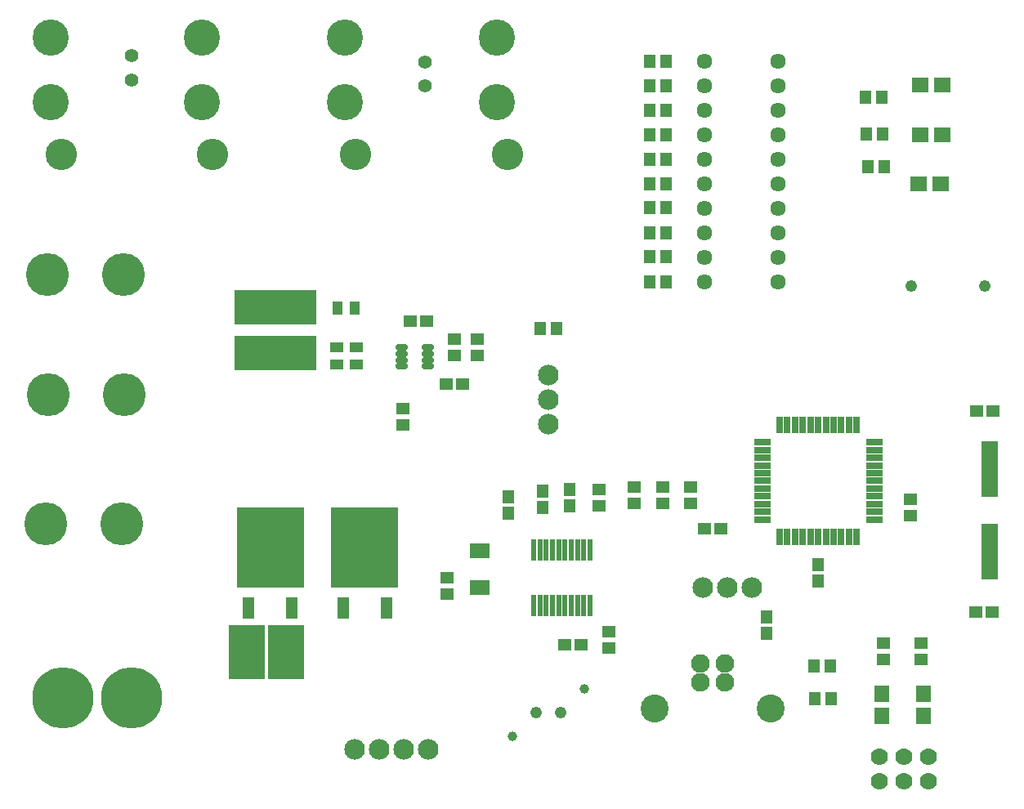
<source format=gbr>
G04 EAGLE Gerber RS-274X export*
G75*
%MOMM*%
%FSLAX34Y34*%
%LPD*%
%INSoldermask Top*%
%IPPOS*%
%AMOC8*
5,1,8,0,0,1.08239X$1,22.5*%
G01*
%ADD10R,1.254000X1.354000*%
%ADD11R,1.354000X1.254000*%
%ADD12C,4.445000*%
%ADD13C,2.133600*%
%ADD14C,3.754000*%
%ADD15C,3.254000*%
%ADD16R,1.244600X2.260600*%
%ADD17R,6.959600X8.280400*%
%ADD18C,6.350000*%
%ADD19R,0.609600X2.184400*%
%ADD20R,3.759200X5.588000*%
%ADD21R,8.458200X3.556000*%
%ADD22R,0.750000X1.750000*%
%ADD23R,1.750000X0.750000*%
%ADD24R,1.754000X5.754000*%
%ADD25C,1.609600*%
%ADD26R,1.498600X1.651000*%
%ADD27C,0.675000*%
%ADD28R,1.651000X1.498600*%
%ADD29C,1.209600*%
%ADD30C,1.004000*%
%ADD31R,1.054000X1.454000*%
%ADD32R,2.054000X1.594000*%
%ADD33R,1.454000X1.054000*%
%ADD34C,1.778000*%
%ADD35C,1.409600*%
%ADD36C,1.930400*%
%ADD37C,2.895600*%


D10*
X563880Y318380D03*
X563880Y301380D03*
X627380Y326000D03*
X627380Y309000D03*
X599440Y324730D03*
X599440Y307730D03*
D11*
X622690Y165100D03*
X639690Y165100D03*
D12*
X166370Y424180D03*
X87630Y424180D03*
X85090Y290830D03*
X163830Y290830D03*
D13*
X481330Y57150D03*
X455930Y57150D03*
X430530Y57150D03*
X405130Y57150D03*
D14*
X552450Y794540D03*
X552450Y727540D03*
D15*
X563450Y673540D03*
D14*
X90170Y794540D03*
X90170Y727540D03*
D15*
X101170Y673540D03*
D14*
X394970Y794540D03*
X394970Y727540D03*
D15*
X405970Y673540D03*
D14*
X246380Y794540D03*
X246380Y727540D03*
D15*
X257380Y673540D03*
D16*
X392790Y203835D03*
X437790Y203835D03*
D17*
X415290Y265938D03*
D16*
X295000Y203835D03*
X340000Y203835D03*
D17*
X317500Y265938D03*
D11*
X753110Y311540D03*
X753110Y328540D03*
X723900Y311540D03*
X723900Y328540D03*
X657860Y326000D03*
X657860Y309000D03*
X500380Y234560D03*
X500380Y217560D03*
X668020Y178680D03*
X668020Y161680D03*
D18*
X102870Y110490D03*
X173990Y110490D03*
D19*
X649010Y263652D03*
X642510Y263652D03*
X636010Y263652D03*
X629510Y263652D03*
X623010Y263652D03*
X616510Y263652D03*
X610010Y263652D03*
X603510Y263652D03*
X597010Y263652D03*
X590510Y263652D03*
X590510Y206248D03*
X597010Y206248D03*
X603510Y206248D03*
X610010Y206248D03*
X616510Y206248D03*
X623010Y206248D03*
X629510Y206248D03*
X636010Y206248D03*
X642510Y206248D03*
X649010Y206248D03*
D11*
X694690Y328540D03*
X694690Y311540D03*
D20*
X293116Y157480D03*
X334264Y157480D03*
D11*
X479670Y500380D03*
X462670Y500380D03*
X516500Y435610D03*
X499500Y435610D03*
D21*
X322580Y467995D03*
X322580Y514985D03*
D11*
X454660Y409820D03*
X454660Y392820D03*
D22*
X845190Y277280D03*
X853190Y277280D03*
X861190Y277280D03*
X869190Y277280D03*
X877190Y277280D03*
X885190Y277280D03*
X893190Y277280D03*
X901190Y277280D03*
X909190Y277280D03*
X917190Y277280D03*
X925190Y277280D03*
D23*
X943190Y295280D03*
X943190Y303280D03*
X943190Y311280D03*
X943190Y319280D03*
X943190Y327280D03*
X943190Y335280D03*
X943190Y343280D03*
X943190Y351280D03*
X943190Y359280D03*
X943190Y367280D03*
X943190Y375280D03*
D22*
X925190Y393280D03*
X917190Y393280D03*
X909190Y393280D03*
X901190Y393280D03*
X893190Y393280D03*
X885190Y393280D03*
X877190Y393280D03*
X869190Y393280D03*
X861190Y393280D03*
X853190Y393280D03*
X845190Y393280D03*
D23*
X827190Y375280D03*
X827190Y367280D03*
X827190Y359280D03*
X827190Y351280D03*
X827190Y343280D03*
X827190Y335280D03*
X827190Y327280D03*
X827190Y319280D03*
X827190Y311280D03*
X827190Y303280D03*
X827190Y295280D03*
D11*
X508000Y482210D03*
X508000Y465210D03*
X532130Y465210D03*
X532130Y482210D03*
D24*
X1062990Y261800D03*
X1062990Y347800D03*
D11*
X1066410Y407670D03*
X1049410Y407670D03*
X1065140Y199390D03*
X1048140Y199390D03*
X767470Y285750D03*
X784470Y285750D03*
X980440Y298840D03*
X980440Y315840D03*
D10*
X831850Y176920D03*
X831850Y193920D03*
X885190Y231530D03*
X885190Y248530D03*
D25*
X767080Y769620D03*
X767080Y744220D03*
X767080Y718820D03*
X767080Y693420D03*
X767080Y668020D03*
X767080Y642620D03*
X767080Y617220D03*
X767080Y591820D03*
X767080Y566420D03*
X767080Y541020D03*
X843280Y541020D03*
X843280Y566420D03*
X843280Y591820D03*
X843280Y617220D03*
X843280Y642620D03*
X843280Y668020D03*
X843280Y693420D03*
X843280Y718820D03*
X843280Y744220D03*
X843280Y769620D03*
D10*
X710320Y769620D03*
X727320Y769620D03*
X710320Y744220D03*
X727320Y744220D03*
X710320Y718820D03*
X727320Y718820D03*
X710320Y693420D03*
X727320Y693420D03*
X710320Y668020D03*
X727320Y668020D03*
X710320Y642620D03*
X727320Y642620D03*
X710320Y618490D03*
X727320Y618490D03*
X710320Y591820D03*
X727320Y591820D03*
X710320Y567690D03*
X727320Y567690D03*
X710320Y541020D03*
X727320Y541020D03*
D11*
X952500Y167250D03*
X952500Y150250D03*
X991870Y167250D03*
X991870Y150250D03*
D26*
X951230Y114300D03*
X951230Y91440D03*
X994410Y114300D03*
X994410Y91440D03*
D27*
X456860Y473300D02*
X450860Y473300D01*
X450860Y466800D02*
X456860Y466800D01*
X456860Y460300D02*
X450860Y460300D01*
X450860Y453800D02*
X456860Y453800D01*
X477860Y453800D02*
X483860Y453800D01*
X483860Y460300D02*
X477860Y460300D01*
X477860Y466800D02*
X483860Y466800D01*
X483860Y473300D02*
X477860Y473300D01*
D10*
X614290Y492760D03*
X597290Y492760D03*
D13*
X605790Y393700D03*
X605790Y419100D03*
X605790Y444500D03*
D10*
X936380Y660400D03*
X953380Y660400D03*
X935110Y694690D03*
X952110Y694690D03*
X933840Y732790D03*
X950840Y732790D03*
D28*
X990600Y745490D03*
X1013460Y745490D03*
X990600Y693420D03*
X1013460Y693420D03*
X989330Y642620D03*
X1012190Y642620D03*
D29*
X592709Y95250D03*
X618820Y95250D03*
D30*
X568325Y70358D03*
X643255Y120142D03*
D31*
X405240Y514350D03*
X387240Y514350D03*
D32*
X534670Y263140D03*
X534670Y224540D03*
D33*
X406400Y473820D03*
X406400Y455820D03*
X386080Y473820D03*
X386080Y455820D03*
D10*
X880500Y143510D03*
X897500Y143510D03*
X881770Y109220D03*
X898770Y109220D03*
D29*
X981710Y537210D03*
X1057710Y537210D03*
D34*
X948690Y24130D03*
X974090Y24130D03*
X999490Y24130D03*
X948690Y49530D03*
X974090Y49530D03*
X999490Y49530D03*
D13*
X765810Y224790D03*
X791210Y224790D03*
X816610Y224790D03*
D12*
X165100Y548640D03*
X86360Y548640D03*
D35*
X477520Y744220D03*
X477520Y769220D03*
X173990Y750570D03*
X173990Y775570D03*
D36*
X788470Y146172D03*
X763470Y146172D03*
X763470Y126360D03*
X788470Y126360D03*
D37*
X836168Y99182D03*
X715772Y99182D03*
M02*

</source>
